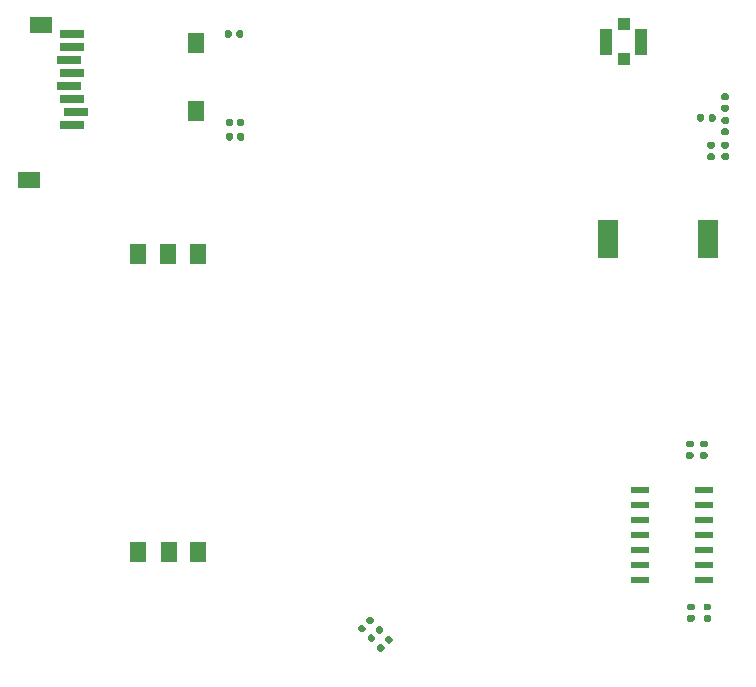
<source format=gbr>
G04 #@! TF.GenerationSoftware,KiCad,Pcbnew,5.1.6+dfsg1-1~bpo10+1*
G04 #@! TF.CreationDate,2021-03-28T20:23:35-04:00*
G04 #@! TF.ProjectId,RUSP_Daughterboard,52555350-5f44-4617-9567-68746572626f,rev?*
G04 #@! TF.SameCoordinates,Original*
G04 #@! TF.FileFunction,Paste,Top*
G04 #@! TF.FilePolarity,Positive*
%FSLAX46Y46*%
G04 Gerber Fmt 4.6, Leading zero omitted, Abs format (unit mm)*
G04 Created by KiCad (PCBNEW 5.1.6+dfsg1-1~bpo10+1) date 2021-03-28 20:23:35*
%MOMM*%
%LPD*%
G01*
G04 APERTURE LIST*
%ADD10R,1.000000X1.000000*%
%ADD11R,1.050000X2.200000*%
%ADD12R,1.700000X3.200000*%
%ADD13R,1.400000X1.800000*%
%ADD14R,2.000000X0.800000*%
%ADD15R,1.900000X1.400000*%
%ADD16R,1.500000X0.600000*%
G04 APERTURE END LIST*
G36*
G01*
X175472500Y-119810000D02*
X175127500Y-119810000D01*
G75*
G02*
X174980000Y-119662500I0J147500D01*
G01*
X174980000Y-119367500D01*
G75*
G02*
X175127500Y-119220000I147500J0D01*
G01*
X175472500Y-119220000D01*
G75*
G02*
X175620000Y-119367500I0J-147500D01*
G01*
X175620000Y-119662500D01*
G75*
G02*
X175472500Y-119810000I-147500J0D01*
G01*
G37*
G36*
G01*
X175472500Y-120780000D02*
X175127500Y-120780000D01*
G75*
G02*
X174980000Y-120632500I0J147500D01*
G01*
X174980000Y-120337500D01*
G75*
G02*
X175127500Y-120190000I147500J0D01*
G01*
X175472500Y-120190000D01*
G75*
G02*
X175620000Y-120337500I0J-147500D01*
G01*
X175620000Y-120632500D01*
G75*
G02*
X175472500Y-120780000I-147500J0D01*
G01*
G37*
G36*
G01*
X176827500Y-81105000D02*
X177172500Y-81105000D01*
G75*
G02*
X177320000Y-81252500I0J-147500D01*
G01*
X177320000Y-81547500D01*
G75*
G02*
X177172500Y-81695000I-147500J0D01*
G01*
X176827500Y-81695000D01*
G75*
G02*
X176680000Y-81547500I0J147500D01*
G01*
X176680000Y-81252500D01*
G75*
G02*
X176827500Y-81105000I147500J0D01*
G01*
G37*
G36*
G01*
X176827500Y-80135000D02*
X177172500Y-80135000D01*
G75*
G02*
X177320000Y-80282500I0J-147500D01*
G01*
X177320000Y-80577500D01*
G75*
G02*
X177172500Y-80725000I-147500J0D01*
G01*
X176827500Y-80725000D01*
G75*
G02*
X176680000Y-80577500I0J147500D01*
G01*
X176680000Y-80282500D01*
G75*
G02*
X176827500Y-80135000I147500J0D01*
G01*
G37*
D10*
X169600000Y-73150000D03*
X169600000Y-70150000D03*
D11*
X171075000Y-71650000D03*
X168125000Y-71650000D03*
G36*
G01*
X178372500Y-76610000D02*
X178027500Y-76610000D01*
G75*
G02*
X177880000Y-76462500I0J147500D01*
G01*
X177880000Y-76167500D01*
G75*
G02*
X178027500Y-76020000I147500J0D01*
G01*
X178372500Y-76020000D01*
G75*
G02*
X178520000Y-76167500I0J-147500D01*
G01*
X178520000Y-76462500D01*
G75*
G02*
X178372500Y-76610000I-147500J0D01*
G01*
G37*
G36*
G01*
X178372500Y-77580000D02*
X178027500Y-77580000D01*
G75*
G02*
X177880000Y-77432500I0J147500D01*
G01*
X177880000Y-77137500D01*
G75*
G02*
X178027500Y-76990000I147500J0D01*
G01*
X178372500Y-76990000D01*
G75*
G02*
X178520000Y-77137500I0J-147500D01*
G01*
X178520000Y-77432500D01*
G75*
G02*
X178372500Y-77580000I-147500J0D01*
G01*
G37*
G36*
G01*
X178372500Y-78610000D02*
X178027500Y-78610000D01*
G75*
G02*
X177880000Y-78462500I0J147500D01*
G01*
X177880000Y-78167500D01*
G75*
G02*
X178027500Y-78020000I147500J0D01*
G01*
X178372500Y-78020000D01*
G75*
G02*
X178520000Y-78167500I0J-147500D01*
G01*
X178520000Y-78462500D01*
G75*
G02*
X178372500Y-78610000I-147500J0D01*
G01*
G37*
G36*
G01*
X178372500Y-79580000D02*
X178027500Y-79580000D01*
G75*
G02*
X177880000Y-79432500I0J147500D01*
G01*
X177880000Y-79137500D01*
G75*
G02*
X178027500Y-78990000I147500J0D01*
G01*
X178372500Y-78990000D01*
G75*
G02*
X178520000Y-79137500I0J-147500D01*
G01*
X178520000Y-79432500D01*
G75*
G02*
X178372500Y-79580000I-147500J0D01*
G01*
G37*
D12*
X168250000Y-88400000D03*
X176750000Y-88400000D03*
G36*
G01*
X149123674Y-122642375D02*
X149367625Y-122886327D01*
G75*
G02*
X149367625Y-123094923I-104298J-104298D01*
G01*
X149159029Y-123303519D01*
G75*
G02*
X148950433Y-123303519I-104298J104298D01*
G01*
X148706481Y-123059567D01*
G75*
G02*
X148706481Y-122850971I104298J104298D01*
G01*
X148915077Y-122642375D01*
G75*
G02*
X149123673Y-122642375I104298J-104298D01*
G01*
G37*
G36*
G01*
X149809568Y-121956481D02*
X150053519Y-122200433D01*
G75*
G02*
X150053519Y-122409029I-104298J-104298D01*
G01*
X149844923Y-122617625D01*
G75*
G02*
X149636327Y-122617625I-104298J104298D01*
G01*
X149392375Y-122373673D01*
G75*
G02*
X149392375Y-122165077I104298J104298D01*
G01*
X149600971Y-121956481D01*
G75*
G02*
X149809567Y-121956481I104298J-104298D01*
G01*
G37*
G36*
G01*
X148209568Y-120326481D02*
X148453519Y-120570433D01*
G75*
G02*
X148453519Y-120779029I-104298J-104298D01*
G01*
X148244923Y-120987625D01*
G75*
G02*
X148036327Y-120987625I-104298J104298D01*
G01*
X147792375Y-120743673D01*
G75*
G02*
X147792375Y-120535077I104298J104298D01*
G01*
X148000971Y-120326481D01*
G75*
G02*
X148209567Y-120326481I104298J-104298D01*
G01*
G37*
G36*
G01*
X147523674Y-121012375D02*
X147767625Y-121256327D01*
G75*
G02*
X147767625Y-121464923I-104298J-104298D01*
G01*
X147559029Y-121673519D01*
G75*
G02*
X147350433Y-121673519I-104298J104298D01*
G01*
X147106481Y-121429567D01*
G75*
G02*
X147106481Y-121220971I104298J104298D01*
G01*
X147315077Y-121012375D01*
G75*
G02*
X147523673Y-121012375I104298J-104298D01*
G01*
G37*
G36*
G01*
X176572500Y-106010000D02*
X176227500Y-106010000D01*
G75*
G02*
X176080000Y-105862500I0J147500D01*
G01*
X176080000Y-105567500D01*
G75*
G02*
X176227500Y-105420000I147500J0D01*
G01*
X176572500Y-105420000D01*
G75*
G02*
X176720000Y-105567500I0J-147500D01*
G01*
X176720000Y-105862500D01*
G75*
G02*
X176572500Y-106010000I-147500J0D01*
G01*
G37*
G36*
G01*
X176572500Y-106980000D02*
X176227500Y-106980000D01*
G75*
G02*
X176080000Y-106832500I0J147500D01*
G01*
X176080000Y-106537500D01*
G75*
G02*
X176227500Y-106390000I147500J0D01*
G01*
X176572500Y-106390000D01*
G75*
G02*
X176720000Y-106537500I0J-147500D01*
G01*
X176720000Y-106832500D01*
G75*
G02*
X176572500Y-106980000I-147500J0D01*
G01*
G37*
G36*
G01*
X175372500Y-106980000D02*
X175027500Y-106980000D01*
G75*
G02*
X174880000Y-106832500I0J147500D01*
G01*
X174880000Y-106537500D01*
G75*
G02*
X175027500Y-106390000I147500J0D01*
G01*
X175372500Y-106390000D01*
G75*
G02*
X175520000Y-106537500I0J-147500D01*
G01*
X175520000Y-106832500D01*
G75*
G02*
X175372500Y-106980000I-147500J0D01*
G01*
G37*
G36*
G01*
X175372500Y-106010000D02*
X175027500Y-106010000D01*
G75*
G02*
X174880000Y-105862500I0J147500D01*
G01*
X174880000Y-105567500D01*
G75*
G02*
X175027500Y-105420000I147500J0D01*
G01*
X175372500Y-105420000D01*
G75*
G02*
X175520000Y-105567500I0J-147500D01*
G01*
X175520000Y-105862500D01*
G75*
G02*
X175372500Y-106010000I-147500J0D01*
G01*
G37*
G36*
G01*
X149019568Y-121136481D02*
X149263519Y-121380433D01*
G75*
G02*
X149263519Y-121589029I-104298J-104298D01*
G01*
X149054923Y-121797625D01*
G75*
G02*
X148846327Y-121797625I-104298J104298D01*
G01*
X148602375Y-121553673D01*
G75*
G02*
X148602375Y-121345077I104298J104298D01*
G01*
X148810971Y-121136481D01*
G75*
G02*
X149019567Y-121136481I104298J-104298D01*
G01*
G37*
G36*
G01*
X148333674Y-121822375D02*
X148577625Y-122066327D01*
G75*
G02*
X148577625Y-122274923I-104298J-104298D01*
G01*
X148369029Y-122483519D01*
G75*
G02*
X148160433Y-122483519I-104298J104298D01*
G01*
X147916481Y-122239567D01*
G75*
G02*
X147916481Y-122030971I104298J104298D01*
G01*
X148125077Y-121822375D01*
G75*
G02*
X148333673Y-121822375I104298J-104298D01*
G01*
G37*
D13*
X133560000Y-114886500D03*
X131083500Y-114886500D03*
X128480000Y-114886500D03*
X133560000Y-89613500D03*
X131020000Y-89613500D03*
X128480000Y-89613500D03*
D14*
X122875000Y-78690000D03*
X123275000Y-77590000D03*
X122875000Y-76490000D03*
X122675000Y-75390000D03*
X122875000Y-74290000D03*
X122675000Y-73190000D03*
X122875000Y-72090000D03*
X122875000Y-70990000D03*
D13*
X133425000Y-71800000D03*
X133425000Y-77500000D03*
D15*
X120275000Y-70200000D03*
X119275000Y-83350000D03*
G36*
G01*
X137480000Y-78327500D02*
X137480000Y-78672500D01*
G75*
G02*
X137332500Y-78820000I-147500J0D01*
G01*
X137037500Y-78820000D01*
G75*
G02*
X136890000Y-78672500I0J147500D01*
G01*
X136890000Y-78327500D01*
G75*
G02*
X137037500Y-78180000I147500J0D01*
G01*
X137332500Y-78180000D01*
G75*
G02*
X137480000Y-78327500I0J-147500D01*
G01*
G37*
G36*
G01*
X136510000Y-78327500D02*
X136510000Y-78672500D01*
G75*
G02*
X136362500Y-78820000I-147500J0D01*
G01*
X136067500Y-78820000D01*
G75*
G02*
X135920000Y-78672500I0J147500D01*
G01*
X135920000Y-78327500D01*
G75*
G02*
X136067500Y-78180000I147500J0D01*
G01*
X136362500Y-78180000D01*
G75*
G02*
X136510000Y-78327500I0J-147500D01*
G01*
G37*
G36*
G01*
X136425000Y-70827500D02*
X136425000Y-71172500D01*
G75*
G02*
X136277500Y-71320000I-147500J0D01*
G01*
X135982500Y-71320000D01*
G75*
G02*
X135835000Y-71172500I0J147500D01*
G01*
X135835000Y-70827500D01*
G75*
G02*
X135982500Y-70680000I147500J0D01*
G01*
X136277500Y-70680000D01*
G75*
G02*
X136425000Y-70827500I0J-147500D01*
G01*
G37*
G36*
G01*
X137395000Y-70827500D02*
X137395000Y-71172500D01*
G75*
G02*
X137247500Y-71320000I-147500J0D01*
G01*
X136952500Y-71320000D01*
G75*
G02*
X136805000Y-71172500I0J147500D01*
G01*
X136805000Y-70827500D01*
G75*
G02*
X136952500Y-70680000I147500J0D01*
G01*
X137247500Y-70680000D01*
G75*
G02*
X137395000Y-70827500I0J-147500D01*
G01*
G37*
G36*
G01*
X137480000Y-79527500D02*
X137480000Y-79872500D01*
G75*
G02*
X137332500Y-80020000I-147500J0D01*
G01*
X137037500Y-80020000D01*
G75*
G02*
X136890000Y-79872500I0J147500D01*
G01*
X136890000Y-79527500D01*
G75*
G02*
X137037500Y-79380000I147500J0D01*
G01*
X137332500Y-79380000D01*
G75*
G02*
X137480000Y-79527500I0J-147500D01*
G01*
G37*
G36*
G01*
X136510000Y-79527500D02*
X136510000Y-79872500D01*
G75*
G02*
X136362500Y-80020000I-147500J0D01*
G01*
X136067500Y-80020000D01*
G75*
G02*
X135920000Y-79872500I0J147500D01*
G01*
X135920000Y-79527500D01*
G75*
G02*
X136067500Y-79380000I147500J0D01*
G01*
X136362500Y-79380000D01*
G75*
G02*
X136510000Y-79527500I0J-147500D01*
G01*
G37*
G36*
G01*
X176527500Y-119220000D02*
X176872500Y-119220000D01*
G75*
G02*
X177020000Y-119367500I0J-147500D01*
G01*
X177020000Y-119662500D01*
G75*
G02*
X176872500Y-119810000I-147500J0D01*
G01*
X176527500Y-119810000D01*
G75*
G02*
X176380000Y-119662500I0J147500D01*
G01*
X176380000Y-119367500D01*
G75*
G02*
X176527500Y-119220000I147500J0D01*
G01*
G37*
G36*
G01*
X176527500Y-120190000D02*
X176872500Y-120190000D01*
G75*
G02*
X177020000Y-120337500I0J-147500D01*
G01*
X177020000Y-120632500D01*
G75*
G02*
X176872500Y-120780000I-147500J0D01*
G01*
X176527500Y-120780000D01*
G75*
G02*
X176380000Y-120632500I0J147500D01*
G01*
X176380000Y-120337500D01*
G75*
G02*
X176527500Y-120190000I147500J0D01*
G01*
G37*
D16*
X171000000Y-109590000D03*
X171000000Y-110860000D03*
X171000000Y-112130000D03*
X171000000Y-113400000D03*
X171000000Y-114670000D03*
X171000000Y-115940000D03*
X171000000Y-117210000D03*
X176400000Y-117210000D03*
X176400000Y-115940000D03*
X176400000Y-114670000D03*
X176400000Y-113400000D03*
X176400000Y-112130000D03*
X176400000Y-110860000D03*
X176400000Y-109590000D03*
G36*
G01*
X176410000Y-77927500D02*
X176410000Y-78272500D01*
G75*
G02*
X176262500Y-78420000I-147500J0D01*
G01*
X175967500Y-78420000D01*
G75*
G02*
X175820000Y-78272500I0J147500D01*
G01*
X175820000Y-77927500D01*
G75*
G02*
X175967500Y-77780000I147500J0D01*
G01*
X176262500Y-77780000D01*
G75*
G02*
X176410000Y-77927500I0J-147500D01*
G01*
G37*
G36*
G01*
X177380000Y-77927500D02*
X177380000Y-78272500D01*
G75*
G02*
X177232500Y-78420000I-147500J0D01*
G01*
X176937500Y-78420000D01*
G75*
G02*
X176790000Y-78272500I0J147500D01*
G01*
X176790000Y-77927500D01*
G75*
G02*
X176937500Y-77780000I147500J0D01*
G01*
X177232500Y-77780000D01*
G75*
G02*
X177380000Y-77927500I0J-147500D01*
G01*
G37*
G36*
G01*
X178372500Y-81680000D02*
X178027500Y-81680000D01*
G75*
G02*
X177880000Y-81532500I0J147500D01*
G01*
X177880000Y-81237500D01*
G75*
G02*
X178027500Y-81090000I147500J0D01*
G01*
X178372500Y-81090000D01*
G75*
G02*
X178520000Y-81237500I0J-147500D01*
G01*
X178520000Y-81532500D01*
G75*
G02*
X178372500Y-81680000I-147500J0D01*
G01*
G37*
G36*
G01*
X178372500Y-80710000D02*
X178027500Y-80710000D01*
G75*
G02*
X177880000Y-80562500I0J147500D01*
G01*
X177880000Y-80267500D01*
G75*
G02*
X178027500Y-80120000I147500J0D01*
G01*
X178372500Y-80120000D01*
G75*
G02*
X178520000Y-80267500I0J-147500D01*
G01*
X178520000Y-80562500D01*
G75*
G02*
X178372500Y-80710000I-147500J0D01*
G01*
G37*
M02*

</source>
